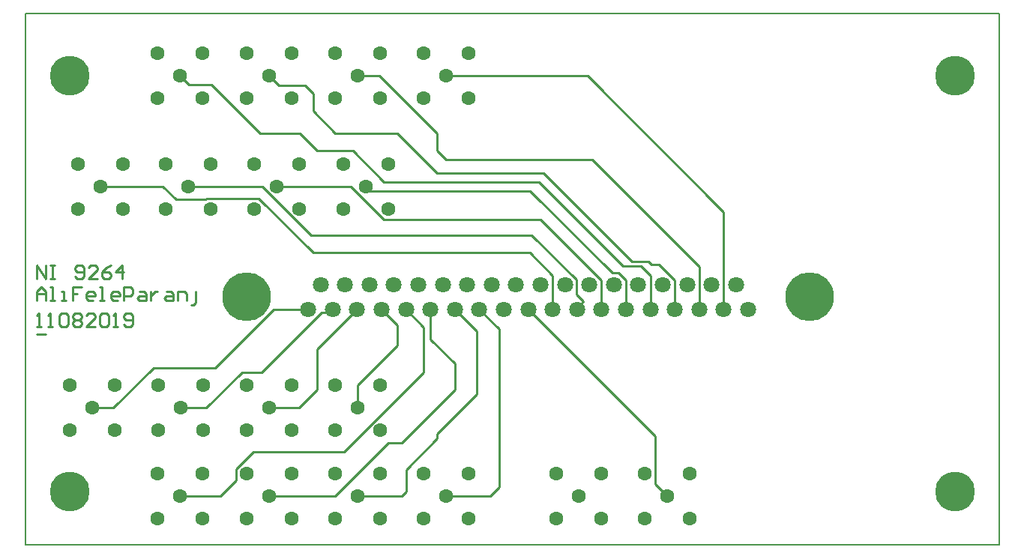
<source format=gtl>
G04*
G04 #@! TF.GenerationSoftware,Altium Limited,Altium Designer,19.1.5 (86)*
G04*
G04 Layer_Physical_Order=1*
G04 Layer_Color=255*
%FSLAX25Y25*%
%MOIN*%
G70*
G01*
G75*
%ADD10C,0.00787*%
%ADD11C,0.01000*%
%ADD16C,0.17717*%
%ADD17C,0.06299*%
%ADD18C,0.07087*%
%ADD19C,0.21654*%
D10*
X-0Y-0D02*
X433071D01*
X-0Y-236220D02*
Y-0D01*
Y-236220D02*
X433071D01*
Y-55118D02*
Y-0D01*
Y-236220D02*
Y-173228D01*
Y-55118D01*
D11*
X261010Y-115341D02*
X263767D01*
X224410Y-78740D02*
X261010Y-115341D01*
X144684Y-76772D02*
X159334Y-91421D01*
X111890Y-76772D02*
X144684D01*
X159334Y-91421D02*
X228980D01*
X256228Y-118669D01*
X230315Y-70866D02*
X269685Y-110236D01*
X183071Y-70866D02*
X230315D01*
X165354Y-53150D02*
X183071Y-70866D01*
X153228Y-78740D02*
X224410D01*
X151260Y-76772D02*
X153228Y-78740D01*
X68898Y-27559D02*
X72835Y-31496D01*
X82677D01*
X104331Y-53150D01*
X122047D01*
X129921Y-61024D01*
X145669D01*
X159417Y-74772D01*
X112712Y-32003D02*
X124523D01*
X108268Y-27559D02*
X112712Y-32003D01*
X124523D02*
X127953Y-35433D01*
X159417Y-74772D02*
X227206D01*
X227238Y-74803D01*
X228346D01*
X265780Y-112236D01*
X273654D01*
X277962Y-116544D01*
Y-131584D02*
Y-116544D01*
X126999Y-98457D02*
X225149D01*
X105314Y-76772D02*
X126999Y-98457D01*
X225149D02*
X244987Y-118295D01*
X57087Y-157480D02*
X84362D01*
X110258Y-131584D01*
X125824D01*
X39213Y-175354D02*
X57087Y-157480D01*
X29685Y-175354D02*
X39213D01*
X96457Y-159449D02*
X105092D01*
X131791Y-132749D01*
X135526D01*
X136691Y-131584D01*
X80551Y-175354D02*
X96457Y-159449D01*
X69055Y-175354D02*
X80551D01*
X129921Y-167323D02*
Y-149221D01*
X147558Y-131584D01*
X121890Y-175354D02*
X129921Y-167323D01*
X108425Y-175354D02*
X121890D01*
X165354Y-147638D02*
Y-138514D01*
X158425Y-131584D02*
X165354Y-138514D01*
X147795Y-165197D02*
X165354Y-147638D01*
X147795Y-175354D02*
Y-165197D01*
X169292Y-131584D02*
X177125Y-139417D01*
Y-159449D02*
Y-139417D01*
X152738Y-183836D02*
X177125Y-159449D01*
X152738Y-183876D02*
Y-183836D01*
X141790Y-194824D02*
X152738Y-183876D01*
X101435Y-194824D02*
X141790D01*
X93618Y-202641D02*
X101435Y-194824D01*
X93618Y-207563D02*
Y-202641D01*
X86614Y-214567D02*
X93618Y-207563D01*
X68898Y-214567D02*
X86614D01*
X180159Y-144726D02*
X190945Y-155512D01*
X180159Y-144726D02*
Y-131584D01*
X190945Y-167323D02*
Y-155512D01*
X167323Y-190945D02*
X190945Y-167323D01*
X161417Y-190945D02*
X167323D01*
X137795Y-214567D02*
X161417Y-190945D01*
X108268Y-214567D02*
X137795D01*
X200787Y-169291D02*
Y-141346D01*
X191026Y-131584D02*
X200787Y-141346D01*
X183071Y-187008D02*
X200787Y-169291D01*
X183071Y-188976D02*
Y-187008D01*
X169291Y-202756D02*
X183071Y-188976D01*
X169291Y-212598D02*
Y-202756D01*
X167323Y-214567D02*
X169291Y-212598D01*
X147638Y-214567D02*
X167323D01*
X210630Y-210630D02*
Y-140321D01*
X201893Y-131584D02*
X210630Y-140321D01*
X206693Y-214567D02*
X210630Y-210630D01*
X187008Y-214567D02*
X206693D01*
X223627Y-131584D02*
X280083Y-188040D01*
Y-209216D02*
Y-188040D01*
Y-209216D02*
X285433Y-214567D01*
X234494Y-131584D02*
Y-116383D01*
X224409Y-106299D02*
X234494Y-116383D01*
X127993Y-106299D02*
X224409D01*
X103816Y-82122D02*
X127993Y-106299D01*
X80594Y-82122D02*
X103816D01*
X80039Y-82677D02*
X80594Y-82122D01*
X66929Y-82677D02*
X80039D01*
X61024Y-76772D02*
X66929Y-82677D01*
X33465Y-76772D02*
X61024D01*
X245361Y-130756D02*
X248187Y-127930D01*
X245361Y-131584D02*
Y-130756D01*
X244987Y-124730D02*
X248187Y-127930D01*
X244987Y-124730D02*
Y-118295D01*
X72520Y-76772D02*
X105314D01*
X256228Y-131584D02*
Y-118669D01*
X263767Y-115341D02*
X267095Y-118669D01*
Y-131584D02*
Y-118669D01*
X278368Y-111631D02*
X281791D01*
X288829Y-118669D01*
Y-131584D02*
Y-118669D01*
X137795Y-53150D02*
X165354D01*
X269685Y-110236D02*
X276973D01*
X278368Y-111631D01*
X127953Y-43307D02*
X137795Y-53150D01*
X127953Y-43307D02*
Y-35433D01*
X147638Y-27559D02*
X157480D01*
X145669D02*
X147638D01*
X299696Y-131584D02*
Y-112688D01*
X251969Y-64961D02*
X299696Y-112688D01*
X187008Y-64961D02*
X251969D01*
X183071Y-61024D02*
X187008Y-64961D01*
X310563Y-131584D02*
Y-88122D01*
X250000Y-27559D02*
X310563Y-88122D01*
X183071Y-61024D02*
Y-53150D01*
X157480Y-27559D02*
X183071Y-53150D01*
X187008Y-27559D02*
X250000D01*
X4937Y-117876D02*
Y-111878D01*
X8936Y-117876D01*
Y-111878D01*
X10935D02*
X12934D01*
X11935D01*
Y-117876D01*
X10935D01*
X12934D01*
X21932Y-116876D02*
X22931Y-117876D01*
X24930D01*
X25930Y-116876D01*
Y-112878D01*
X24930Y-111878D01*
X22931D01*
X21932Y-112878D01*
Y-113877D01*
X22931Y-114877D01*
X25930D01*
X31928Y-117876D02*
X27930D01*
X31928Y-113877D01*
Y-112878D01*
X30929Y-111878D01*
X28929D01*
X27930Y-112878D01*
X37926Y-111878D02*
X35927Y-112878D01*
X33928Y-114877D01*
Y-116876D01*
X34927Y-117876D01*
X36927D01*
X37926Y-116876D01*
Y-115877D01*
X36927Y-114877D01*
X33928D01*
X42925Y-117876D02*
Y-111878D01*
X39926Y-114877D01*
X43924D01*
X4937Y-127474D02*
Y-123475D01*
X6936Y-121476D01*
X8936Y-123475D01*
Y-127474D01*
Y-124475D01*
X4937D01*
X10935Y-127474D02*
X12934D01*
X11935D01*
Y-121476D01*
X10935D01*
X15933Y-127474D02*
X17933D01*
X16933D01*
Y-123475D01*
X15933D01*
X24930Y-121476D02*
X20932D01*
Y-124475D01*
X22931D01*
X20932D01*
Y-127474D01*
X29929D02*
X27930D01*
X26930Y-126474D01*
Y-124475D01*
X27930Y-123475D01*
X29929D01*
X30929Y-124475D01*
Y-125474D01*
X26930D01*
X32928Y-127474D02*
X34927D01*
X33928D01*
Y-121476D01*
X32928D01*
X40925Y-127474D02*
X38926D01*
X37926Y-126474D01*
Y-124475D01*
X38926Y-123475D01*
X40925D01*
X41925Y-124475D01*
Y-125474D01*
X37926D01*
X43924Y-127474D02*
Y-121476D01*
X46923D01*
X47923Y-122475D01*
Y-124475D01*
X46923Y-125474D01*
X43924D01*
X50922Y-123475D02*
X52921D01*
X53921Y-124475D01*
Y-127474D01*
X50922D01*
X49922Y-126474D01*
X50922Y-125474D01*
X53921D01*
X55920Y-123475D02*
Y-127474D01*
Y-125474D01*
X56920Y-124475D01*
X57920Y-123475D01*
X58920D01*
X62918D02*
X64918D01*
X65917Y-124475D01*
Y-127474D01*
X62918D01*
X61919Y-126474D01*
X62918Y-125474D01*
X65917D01*
X67917Y-127474D02*
Y-123475D01*
X70916D01*
X71915Y-124475D01*
Y-127474D01*
X73915Y-129473D02*
X74914D01*
X75914Y-128473D01*
Y-123475D01*
X4937Y-139071D02*
X6936D01*
X5937D01*
Y-133073D01*
X4937Y-134072D01*
X9935Y-139071D02*
X11935D01*
X10935D01*
Y-133073D01*
X9935Y-134072D01*
X14934D02*
X15933Y-133073D01*
X17933D01*
X18933Y-134072D01*
Y-138071D01*
X17933Y-139071D01*
X15933D01*
X14934Y-138071D01*
Y-134072D01*
X20932D02*
X21932Y-133073D01*
X23931D01*
X24930Y-134072D01*
Y-135072D01*
X23931Y-136072D01*
X24930Y-137071D01*
Y-138071D01*
X23931Y-139071D01*
X21932D01*
X20932Y-138071D01*
Y-137071D01*
X21932Y-136072D01*
X20932Y-135072D01*
Y-134072D01*
X21932Y-136072D02*
X23931D01*
X30929Y-139071D02*
X26930D01*
X30929Y-135072D01*
Y-134072D01*
X29929Y-133073D01*
X27930D01*
X26930Y-134072D01*
X32928D02*
X33928Y-133073D01*
X35927D01*
X36927Y-134072D01*
Y-138071D01*
X35927Y-139071D01*
X33928D01*
X32928Y-138071D01*
Y-134072D01*
X38926Y-139071D02*
X40925D01*
X39926D01*
Y-133073D01*
X38926Y-134072D01*
X43924Y-138071D02*
X44924Y-139071D01*
X46923D01*
X47923Y-138071D01*
Y-134072D01*
X46923Y-133073D01*
X44924D01*
X43924Y-134072D01*
Y-135072D01*
X44924Y-136072D01*
X47923D01*
X4937Y-142670D02*
X8936D01*
D16*
X413386Y-212598D02*
D03*
Y-27559D02*
D03*
X19685Y-212598D02*
D03*
Y-27559D02*
D03*
D17*
X285433Y-214567D02*
D03*
X275433Y-204567D02*
D03*
Y-224567D02*
D03*
X295433D02*
D03*
Y-204567D02*
D03*
X246063Y-214567D02*
D03*
X236063Y-204567D02*
D03*
Y-224567D02*
D03*
X256063D02*
D03*
Y-204567D02*
D03*
X187008Y-214567D02*
D03*
X177008Y-204567D02*
D03*
Y-224567D02*
D03*
X197008D02*
D03*
Y-204567D02*
D03*
X147638Y-214567D02*
D03*
X137638Y-204567D02*
D03*
Y-224567D02*
D03*
X157638D02*
D03*
Y-204567D02*
D03*
X108268Y-214567D02*
D03*
X98268Y-204567D02*
D03*
Y-224567D02*
D03*
X118268D02*
D03*
Y-204567D02*
D03*
X68898Y-214567D02*
D03*
X58898Y-204567D02*
D03*
Y-224567D02*
D03*
X78898D02*
D03*
Y-204567D02*
D03*
X187008Y-27559D02*
D03*
X177008Y-17559D02*
D03*
Y-37559D02*
D03*
X197008D02*
D03*
Y-17559D02*
D03*
X147638Y-27559D02*
D03*
X137638Y-17559D02*
D03*
Y-37559D02*
D03*
X157638D02*
D03*
Y-17559D02*
D03*
X157795Y-165354D02*
D03*
Y-185354D02*
D03*
X137795D02*
D03*
Y-165354D02*
D03*
X147795Y-175354D02*
D03*
X118425Y-165354D02*
D03*
Y-185354D02*
D03*
X98425D02*
D03*
Y-165354D02*
D03*
X108425Y-175354D02*
D03*
X79055Y-165354D02*
D03*
Y-185354D02*
D03*
X59055D02*
D03*
Y-165354D02*
D03*
X69055Y-175354D02*
D03*
X39685Y-165354D02*
D03*
Y-185354D02*
D03*
X19685D02*
D03*
Y-165354D02*
D03*
X29685Y-175354D02*
D03*
X161260Y-66772D02*
D03*
Y-86772D02*
D03*
X141260D02*
D03*
Y-66772D02*
D03*
X151260Y-76772D02*
D03*
X121890Y-66772D02*
D03*
Y-86772D02*
D03*
X101890D02*
D03*
Y-66772D02*
D03*
X111890Y-76772D02*
D03*
X82520Y-66772D02*
D03*
Y-86772D02*
D03*
X62520D02*
D03*
Y-66772D02*
D03*
X72520Y-76772D02*
D03*
X43465Y-66772D02*
D03*
Y-86772D02*
D03*
X23465D02*
D03*
Y-66772D02*
D03*
X33465Y-76772D02*
D03*
X118268Y-17559D02*
D03*
Y-37559D02*
D03*
X98268D02*
D03*
Y-17559D02*
D03*
X108268Y-27559D02*
D03*
X78898Y-17559D02*
D03*
Y-37559D02*
D03*
X58898D02*
D03*
Y-17559D02*
D03*
X68898Y-27559D02*
D03*
D18*
X283412Y-120384D02*
D03*
X272545D02*
D03*
X261678D02*
D03*
X250811D02*
D03*
X239944D02*
D03*
X229077D02*
D03*
X218210D02*
D03*
X207343D02*
D03*
X196476D02*
D03*
X185609D02*
D03*
X174742D02*
D03*
X163875D02*
D03*
X288829Y-131584D02*
D03*
X277962D02*
D03*
X267095D02*
D03*
X256228D02*
D03*
X245361D02*
D03*
X234494D02*
D03*
X223627D02*
D03*
X212760D02*
D03*
X201893D02*
D03*
X191026D02*
D03*
X180159D02*
D03*
X169292D02*
D03*
X158425D02*
D03*
X299696D02*
D03*
X310563D02*
D03*
X321430D02*
D03*
X294279Y-120384D02*
D03*
X305146D02*
D03*
X316013D02*
D03*
X125824Y-131584D02*
D03*
X136691D02*
D03*
X147558D02*
D03*
X131274Y-120384D02*
D03*
X142141D02*
D03*
X153008D02*
D03*
D19*
X98425Y-125984D02*
D03*
X348824D02*
D03*
M02*

</source>
